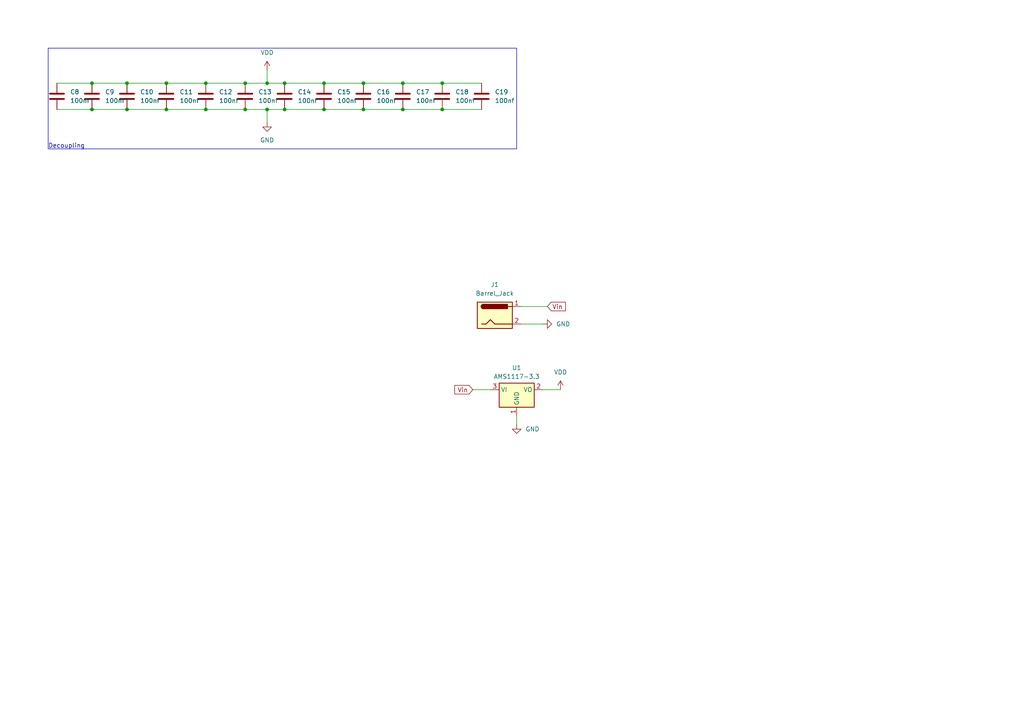
<source format=kicad_sch>
(kicad_sch (version 20230121) (generator eeschema)
  (paper "A4")
  (lib_symbols
    (symbol "Connector:Barrel_Jack" (pin_names (offset 1.016))
      (property "Reference" "J" (at 0 5.334 0))
      (property "Value" "Barrel_Jack" (at 0 -5.08 0))
      (symbol "Barrel_Jack_0_1"
        (rectangle (start -5.08 3.81) (end 5.08 -3.81) (stroke (width 0.254)) (fill (type background)))
        (arc (start -3.302 3.175) (mid -3.9343 2.54) (end -3.302 1.905) (stroke (width 0.254)))
        (arc (start -3.302 3.175) (mid -3.9343 2.54) (end -3.302 1.905) (stroke (width 0.254)) (fill (type outline)))
        (polyline (pts (xy 5.08 2.54) (xy 3.81 2.54)) (stroke (width 0.254)))
        (polyline (pts (xy -3.81 -2.54) (xy -2.54 -2.54) (xy -1.27 -1.27) (xy 0 -2.54) (xy 2.54 -2.54) (xy 5.08 -2.54)) (stroke (width 0.254)))
        (rectangle (start 3.683 3.175) (end -3.302 1.905) (stroke (width 0.254)) (fill (type outline)))
      )
      (symbol "Barrel_Jack_1_1"
        (pin passive line (at 7.62 2.54 180) (length 2.54) (name "~") (number "1"))
        (pin passive line (at 7.62 -2.54 180) (length 2.54) (name "~") (number "2"))
      )
    )
    (symbol "Device:C" (pin_numbers hide) (pin_names (offset 0.254))
      (property "Reference" "C" (at 0.635 2.54 0))
      (property "Value" "C" (at 0.635 -2.54 0))
      (symbol "C_0_1"
        (polyline (pts (xy -2.032 -0.762) (xy 2.032 -0.762)) (stroke (width 0.508)))
        (polyline (pts (xy -2.032 0.762) (xy 2.032 0.762)) (stroke (width 0.508)))
      )
      (symbol "C_1_1"
        (pin passive line (at 0 3.81 270) (length 2.794) (name "~") (number "1"))
        (pin passive line (at 0 -3.81 90) (length 2.794) (name "~") (number "2"))
      )
    )
    (symbol "Regulator_Linear:AMS1117-3.3"
      (property "Reference" "U" (at -3.81 3.175 0))
      (property "Value" "AMS1117-3.3" (at 0 3.175 0))
      (symbol "AMS1117-3.3_0_1"
        (rectangle (start -5.08 -5.08) (end 5.08 1.905) (stroke (width 0.254)) (fill (type background)))
      )
      (symbol "AMS1117-3.3_1_1"
        (pin power_in line (at 0 -7.62 90) (length 2.54) (name "GND") (number "1"))
        (pin power_out line (at 7.62 0 180) (length 2.54) (name "VO") (number "2"))
        (pin power_in line (at -7.62 0 0) (length 2.54) (name "VI") (number "3"))
      )
    )
    (symbol "power:GND" (power) (pin_names (offset 0))
      (property "Value" "GND" (at 0 -3.81 0))
      (symbol "GND_0_1"
        (polyline (pts (xy 0 0) (xy 0 -1.27) (xy 1.27 -1.27) (xy 0 -2.54) (xy -1.27 -1.27) (xy 0 -1.27)))
      )
      (symbol "GND_1_1"
        (pin power_in line (at 0 0 270) (length 0) hide (name "GND") (number "1"))
      )
    )
    (symbol "power:VDD" (power) (pin_names (offset 0))
      (property "Value" "VDD" (at 0 3.81 0))
      (symbol "VDD_0_1"
        (polyline (pts (xy -0.762 1.27) (xy 0 2.54)))
        (polyline (pts (xy 0 0) (xy 0 2.54)))
        (polyline (pts (xy 0 2.54) (xy 0.762 1.27)))
      )
      (symbol "VDD_1_1"
        (pin power_in line (at 0 0 90) (length 0) hide (name "VDD") (number "1"))
      )
    )
  )
  (junction (at 128.27 24.13))
  (junction (at 82.55 31.75))
  (junction (at 48.26 31.75))
  (junction (at 71.12 24.13))
  (junction (at 82.55 24.13))
  (junction (at 77.47 31.75))
  (junction (at 26.67 24.13))
  (junction (at 128.27 31.75))
  (junction (at 77.47 24.13))
  (junction (at 105.41 31.75))
  (junction (at 71.12 31.75))
  (junction (at 48.26 24.13))
  (junction (at 36.83 31.75))
  (junction (at 105.41 24.13))
  (junction (at 36.83 24.13))
  (junction (at 93.98 24.13))
  (junction (at 93.98 31.75))
  (junction (at 59.69 31.75))
  (junction (at 26.67 31.75))
  (junction (at 116.84 24.13))
  (junction (at 116.84 31.75))
  (junction (at 59.69 24.13))
  (wire (pts (xy 149.86 120.65) (xy 149.86 123.19)))
  (wire (pts (xy 116.84 24.13) (xy 128.27 24.13)))
  (wire (pts (xy 36.83 24.13) (xy 48.26 24.13)))
  (wire (pts (xy 137.16 113.03) (xy 142.24 113.03)))
  (wire (pts (xy 59.69 24.13) (xy 71.12 24.13)))
  (wire (pts (xy 77.47 31.75) (xy 77.47 35.56)))
  (wire (pts (xy 93.98 31.75) (xy 105.41 31.75)))
  (wire (pts (xy 36.83 31.75) (xy 48.26 31.75)))
  (wire (pts (xy 151.13 88.9) (xy 158.75 88.9)))
  (wire (pts (xy 26.67 31.75) (xy 36.83 31.75)))
  (wire (pts (xy 157.48 113.03) (xy 162.56 113.03)))
  (wire (pts (xy 105.41 31.75) (xy 116.84 31.75)))
  (wire (pts (xy 93.98 24.13) (xy 105.41 24.13)))
  (wire (pts (xy 59.69 31.75) (xy 71.12 31.75)))
  (wire (pts (xy 16.51 24.13) (xy 26.67 24.13)))
  (wire (pts (xy 116.84 31.75) (xy 128.27 31.75)))
  (wire (pts (xy 128.27 31.75) (xy 139.7 31.75)))
  (wire (pts (xy 151.13 93.98) (xy 157.48 93.98)))
  (wire (pts (xy 26.67 24.13) (xy 36.83 24.13)))
  (wire (pts (xy 48.26 24.13) (xy 59.69 24.13)))
  (wire (pts (xy 82.55 24.13) (xy 93.98 24.13)))
  (wire (pts (xy 82.55 31.75) (xy 93.98 31.75)))
  (wire (pts (xy 128.27 24.13) (xy 139.7 24.13)))
  (wire (pts (xy 48.26 31.75) (xy 59.69 31.75)))
  (wire (pts (xy 16.51 31.75) (xy 26.67 31.75)))
  (wire (pts (xy 71.12 24.13) (xy 77.47 24.13)))
  (wire (pts (xy 77.47 20.32) (xy 77.47 24.13)))
  (wire (pts (xy 77.47 31.75) (xy 82.55 31.75)))
  (wire (pts (xy 77.47 24.13) (xy 82.55 24.13)))
  (wire (pts (xy 105.41 24.13) (xy 116.84 24.13)))
  (wire (pts (xy 71.12 31.75) (xy 77.47 31.75)))
  (rectangle (start 13.97 13.97) (end 149.86 43.18))
  (text "Decoupling" (at 13.97 43.18 0) (effects (font (size 1.27 1.27)) (justify left bottom)))
  (global_label "Vin" (shape input) (at 137.16 113.03 180) (property "Intersheetrefs" "${INTERSHEET_REFS}" (effects hide)))
  (global_label "Vin" (shape input) (at 158.75 88.9 0) (property "Intersheetrefs" "${INTERSHEET_REFS}" (effects hide)))
  (symbol (lib_id "Device:C") (at 36.83 27.94 0) (unit 1)
    (property "Reference" "C10" (at 40.64 26.67 0) (effects (justify left)))
    (property "Value" "100nf" (at 40.64 29.21 0) (effects (justify left)))
    (property "Footprint" "Capacitor_SMD:C_0603_1608Metric" (effects hide))
    (property "Link To Purchase" "https://www.mouser.com/ProductDetail/KYOCERA-AVX/KAM15AR71H104KT?qs=Jm2GQyTW%2Fbh2%2FGRPGE98wA%3D%3D" (effects hide))
    (property "Part Number" "KAM15AR71H104KT" (effects hide))
    (property "JLCPCB Part #" "C14663" (effects hide))
    (instances (project "Clock1_v3" (path "" (reference "C10") (unit 1)) (path "" (reference "C8") (unit 1))))
  )
  (symbol (lib_id "Device:C") (at 48.26 27.94 0) (unit 1)
    (property "Reference" "C11" (at 52.07 26.67 0) (effects (justify left)))
    (property "Value" "100nf" (at 52.07 29.21 0) (effects (justify left)))
    (property "Footprint" "Capacitor_SMD:C_0603_1608Metric" (effects hide))
    (property "Link To Purchase" "https://www.mouser.com/ProductDetail/KYOCERA-AVX/KAM15AR71H104KT?qs=Jm2GQyTW%2Fbh2%2FGRPGE98wA%3D%3D" (effects hide))
    (property "Part Number" "KAM15AR71H104KT" (effects hide))
    (property "JLCPCB Part #" "C14663" (effects hide))
    (instances (project "Clock1_v3" (path "" (reference "C11") (unit 1)) (path "" (reference "C9") (unit 1))))
  )
  (symbol (lib_id "Device:C") (at 26.67 27.94 0) (unit 1)
    (property "Reference" "C9" (at 30.48 26.67 0) (effects (justify left)))
    (property "Value" "100nf" (at 30.48 29.21 0) (effects (justify left)))
    (property "Footprint" "Capacitor_SMD:C_0603_1608Metric" (effects hide))
    (property "Link To Purchase" "https://www.mouser.com/ProductDetail/KYOCERA-AVX/KAM15AR71H104KT?qs=Jm2GQyTW%2Fbh2%2FGRPGE98wA%3D%3D" (effects hide))
    (property "Part Number" "KAM15AR71H104KT" (effects hide))
    (property "JLCPCB Part #" "C14663" (effects hide))
    (instances (project "Clock1_v3" (path "" (reference "C9") (unit 1)) (path "" (reference "C7") (unit 1))))
  )
  (symbol (lib_id "Device:C") (at 128.27 27.94 0) (unit 1)
    (property "Reference" "C18" (at 132.08 26.67 0) (effects (justify left)))
    (property "Value" "100nf" (at 132.08 29.21 0) (effects (justify left)))
    (property "Footprint" "Capacitor_SMD:C_0603_1608Metric" (effects hide))
    (property "Link To Purchase" "https://www.mouser.com/ProductDetail/KYOCERA-AVX/KAM15AR71H104KT?qs=Jm2GQyTW%2Fbh2%2FGRPGE98wA%3D%3D" (effects hide))
    (property "Part Number" "KAM15AR71H104KT" (effects hide))
    (property "JLCPCB Part #" "C14663" (effects hide))
    (instances (project "Clock1_v3" (path "" (reference "C18") (unit 1)) (path "" (reference "C16") (unit 1))))
  )
  (symbol (lib_id "Device:C") (at 71.12 27.94 0) (unit 1)
    (property "Reference" "C13" (at 74.93 26.67 0) (effects (justify left)))
    (property "Value" "100nf" (at 74.93 29.21 0) (effects (justify left)))
    (property "Footprint" "Capacitor_SMD:C_0603_1608Metric" (effects hide))
    (property "Link To Purchase" "https://www.mouser.com/ProductDetail/KYOCERA-AVX/KAM15AR71H104KT?qs=Jm2GQyTW%2Fbh2%2FGRPGE98wA%3D%3D" (effects hide))
    (property "Part Number" "KAM15AR71H104KT" (effects hide))
    (property "JLCPCB Part #" "C14663" (effects hide))
    (instances (project "Clock1_v3" (path "" (reference "C13") (unit 1)) (path "" (reference "C11") (unit 1))))
  )
  (symbol (lib_id "Device:C") (at 16.51 27.94 0) (unit 1)
    (property "Reference" "C8" (at 20.32 26.67 0) (effects (justify left)))
    (property "Value" "100nf" (at 20.32 29.21 0) (effects (justify left)))
    (property "Footprint" "Capacitor_SMD:C_0603_1608Metric" (effects hide))
    (property "Link To Purchase" "https://www.mouser.com/ProductDetail/KYOCERA-AVX/KAM15AR71H104KT?qs=Jm2GQyTW%2Fbh2%2FGRPGE98wA%3D%3D" (effects hide))
    (property "Part Number" "KAM15AR71H104KT" (effects hide))
    (property "JLCPCB Part #" "C14663" (effects hide))
    (instances (project "Clock1_v3" (path "" (reference "C8") (unit 1)) (path "" (reference "C6") (unit 1))))
  )
  (symbol (lib_id "Device:C") (at 116.84 27.94 0) (unit 1)
    (property "Reference" "C17" (at 120.65 26.67 0) (effects (justify left)))
    (property "Value" "100nf" (at 120.65 29.21 0) (effects (justify left)))
    (property "Footprint" "Capacitor_SMD:C_0603_1608Metric" (effects hide))
    (property "Link To Purchase" "https://www.mouser.com/ProductDetail/KYOCERA-AVX/KAM15AR71H104KT?qs=Jm2GQyTW%2Fbh2%2FGRPGE98wA%3D%3D" (effects hide))
    (property "Part Number" "KAM15AR71H104KT" (effects hide))
    (property "JLCPCB Part #" "C14663" (effects hide))
    (instances (project "Clock1_v3" (path "" (reference "C17") (unit 1)) (path "" (reference "C15") (unit 1))))
  )
  (symbol (lib_id "Device:C") (at 59.69 27.94 0) (unit 1)
    (property "Reference" "C12" (at 63.5 26.67 0) (effects (justify left)))
    (property "Value" "100nf" (at 63.5 29.21 0) (effects (justify left)))
    (property "Footprint" "Capacitor_SMD:C_0603_1608Metric" (effects hide))
    (property "Link To Purchase" "https://www.mouser.com/ProductDetail/KYOCERA-AVX/KAM15AR71H104KT?qs=Jm2GQyTW%2Fbh2%2FGRPGE98wA%3D%3D" (effects hide))
    (property "Part Number" "KAM15AR71H104KT" (effects hide))
    (property "JLCPCB Part #" "C14663" (effects hide))
    (instances (project "Clock1_v3" (path "" (reference "C12") (unit 1)) (path "" (reference "C10") (unit 1))))
  )
  (symbol (lib_id "power:VDD") (at 162.56 113.03 0) (unit 1)
    (property "Reference" "#PWR025" (effects hide))
    (property "Value" "VDD" (at 162.56 107.95 0))
  )
  (symbol (lib_id "Regulator_Linear:AMS1117-3.3") (at 149.86 113.03 0) (unit 1)
    (property "Reference" "U1" (at 149.86 106.68 0))
    (property "Value" "AMS1117-3.3" (at 149.86 109.22 0))
    (property "Footprint" "Package_TO_SOT_SMD:SOT-223-3_TabPin2" (effects hide))
    (property "Datasheet" "http://www.advanced-monolithic.com/pdf/ds1117.pdf" (effects hide))
    (property "JLCPCB Part#" "C173386" (effects hide))
  )
  (symbol (lib_id "Device:C") (at 93.98 27.94 0) (unit 1)
    (property "Reference" "C15" (at 97.79 26.67 0) (effects (justify left)))
    (property "Value" "100nf" (at 97.79 29.21 0) (effects (justify left)))
    (property "Footprint" "Capacitor_SMD:C_0603_1608Metric" (effects hide))
    (property "Link To Purchase" "https://www.mouser.com/ProductDetail/KYOCERA-AVX/KAM15AR71H104KT?qs=Jm2GQyTW%2Fbh2%2FGRPGE98wA%3D%3D" (effects hide))
    (property "Part Number" "KAM15AR71H104KT" (effects hide))
    (property "JLCPCB Part #" "C14663" (effects hide))
    (instances (project "Clock1_v3" (path "" (reference "C15") (unit 1)) (path "" (reference "C13") (unit 1))))
  )
  (symbol (lib_id "power:GND") (at 157.48 93.98 90) (unit 1)
    (property "Reference" "#PWR027" (effects hide))
    (property "Value" "GND" (at 161.29 93.98 90) (effects (justify right)))
  )
  (symbol (lib_id "Device:C") (at 139.7 27.94 0) (unit 1)
    (property "Reference" "C19" (at 143.51 26.67 0) (effects (justify left)))
    (property "Value" "100nf" (at 143.51 29.21 0) (effects (justify left)))
    (property "Footprint" "Capacitor_SMD:C_0603_1608Metric" (effects hide))
    (property "Link To Purchase" "https://www.mouser.com/ProductDetail/KYOCERA-AVX/KAM15AR71H104KT?qs=Jm2GQyTW%2Fbh2%2FGRPGE98wA%3D%3D" (effects hide))
    (property "Part Number" "KAM15AR71H104KT" (effects hide))
    (property "JLCPCB Part #" "C14663" (effects hide))
    (instances (project "Clock1_v3" (path "" (reference "C19") (unit 1)) (path "" (reference "C17") (unit 1))))
  )
  (symbol (lib_id "Connector:Barrel_Jack") (at 143.51 91.44 0) (unit 1)
    (property "Reference" "J1" (at 143.51 82.55 0))
    (property "Value" "Barrel_Jack" (at 143.51 85.09 0))
    (property "Footprint" "NoahFootprintLib:PowerPads" (effects hide))
    (property "Link To Purchase" "https://www.mouser.com/ProductDetail/Gravitech/CON-SOCJ-2155?qs=fkzBJ5HM%252BdCcpvFQyQZHtA%3D%3D" (effects hide))
  )
  (symbol (lib_id "power:GND") (at 77.47 35.56 0) (unit 1)
    (property "Reference" "#PWR013" (effects hide))
    (property "Value" "GND" (at 77.47 40.64 0))
    (instances (project "Clock1_v3" (path "" (reference "#PWR013") (unit 1)) (path "" (reference "#PWR011") (unit 1))))
  )
  (symbol (lib_id "Device:C") (at 105.41 27.94 0) (unit 1)
    (property "Reference" "C16" (at 109.22 26.67 0) (effects (justify left)))
    (property "Value" "100nf" (at 109.22 29.21 0) (effects (justify left)))
    (property "Footprint" "Capacitor_SMD:C_0603_1608Metric" (effects hide))
    (property "Link To Purchase" "https://www.mouser.com/ProductDetail/KYOCERA-AVX/KAM15AR71H104KT?qs=Jm2GQyTW%2Fbh2%2FGRPGE98wA%3D%3D" (effects hide))
    (property "Part Number" "KAM15AR71H104KT" (effects hide))
    (property "JLCPCB Part #" "C14663" (effects hide))
    (instances (project "Clock1_v3" (path "" (reference "C16") (unit 1)) (path "" (reference "C14") (unit 1))))
  )
  (symbol (lib_id "power:GND") (at 149.86 123.19 0) (unit 1)
    (property "Reference" "#PWR026" (effects hide))
    (property "Value" "GND" (at 152.4 124.46 0) (effects (justify left)))
  )
  (symbol (lib_id "power:VDD") (at 77.47 20.32 0) (unit 1)
    (property "Reference" "#PWR012" (effects hide))
    (property "Value" "VDD" (at 77.47 15.24 0))
    (instances (project "Clock1_v3" (path "" (reference "#PWR012") (unit 1)) (path "" (reference "#PWR01") (unit 1))))
  )
  (symbol (lib_id "Device:C") (at 82.55 27.94 0) (unit 1)
    (property "Reference" "C14" (at 86.36 26.67 0) (effects (justify left)))
    (property "Value" "100nf" (at 86.36 29.21 0) (effects (justify left)))
    (property "Footprint" "Capacitor_SMD:C_0603_1608Metric" (effects hide))
    (property "Link To Purchase" "https://www.mouser.com/ProductDetail/KYOCERA-AVX/KAM15AR71H104KT?qs=Jm2GQyTW%2Fbh2%2FGRPGE98wA%3D%3D" (effects hide))
    (property "Part Number" "KAM15AR71H104KT" (effects hide))
    (property "JLCPCB Part #" "C14663" (effects hide))
    (instances (project "Clock1_v3" (path "" (reference "C14") (unit 1)) (path "" (reference "C12") (unit 1))))
  )
)
</source>
